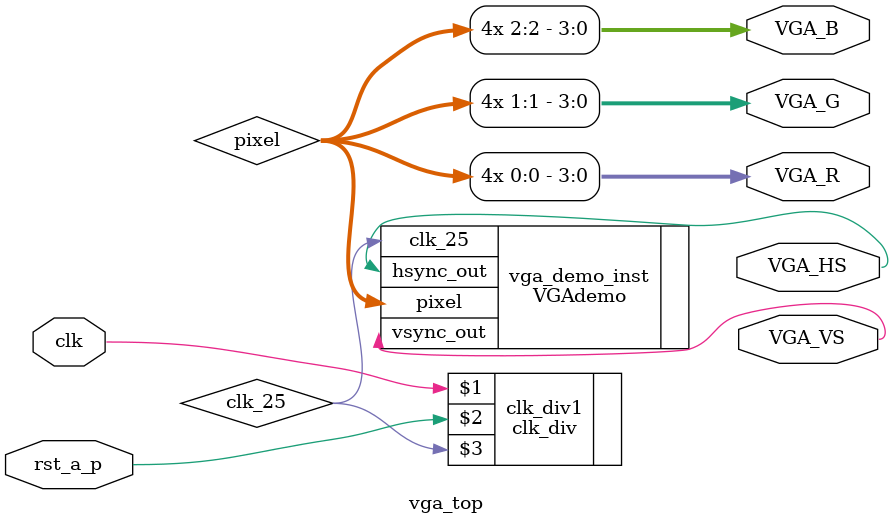
<source format=v>
module vga_top(
	// Entradas del sistema
	input clk, rst_a_p,
	// Salidas VGA
	output [3:0] VGA_R,        // Canal rojo VGA (4 bits)
	output [3:0] VGA_G,        // Canal verde VGA (4 bits) 
	output [3:0] VGA_B,        // Canal azul VGA (4 bits)
	output VGA_HS,             // Sincronización horizontal
	output VGA_VS             // Sincronización vertical
	
);

	// Señales internas
	wire clk_25;               // Reloj de 25MHz para VGA
	wire [2:0] pixel;          // Salida de píxel de tu módulo VGAdemo
	
	
	// para generar el reloj de 25MHz para VGA
	clk_div #(25_000_000) clk_div1 (clk, rst_a_p, clk_25);
	
	
	// Instancia de tu módulo VGAdemo
	VGAdemo vga_demo_inst(
		.clk_25(clk_25),
		.pixel(pixel),
		.hsync_out(VGA_HS),
		.vsync_out(VGA_VS)
	);
	
	// Mapeo de la salida de 3 bits a los canales RGB de 4 bits
	// Usa el valor de pixel para crear un patrón de colores
	// Aquí hay un mapeo simple, puedes personalizarlo
	assign VGA_R = {pixel[0], pixel[0], pixel[0], pixel[0]};  // Rojo cuando bit 0 está activo
	assign VGA_G = {pixel[1], pixel[1], pixel[1], pixel[1]};  // Verde cuando bit 1 está activo
	assign VGA_B = {pixel[2], pixel[2], pixel[2], pixel[2]};  // Azul cuando bit 2 está activo
	
endmodule
</source>
